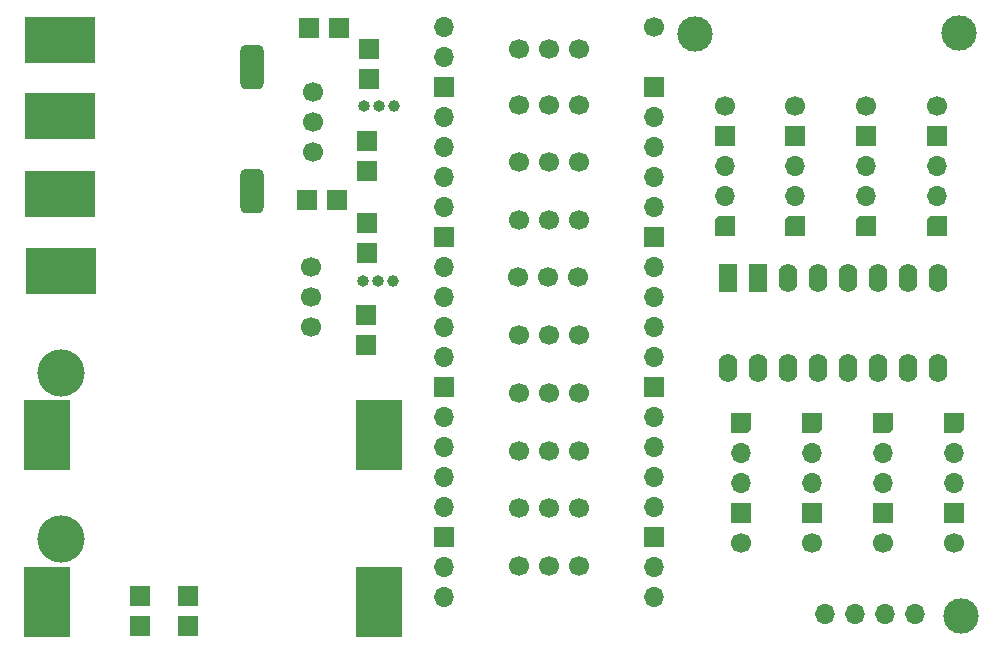
<source format=gbs>
G04 #@! TF.GenerationSoftware,KiCad,Pcbnew,9.0.4*
G04 #@! TF.CreationDate,2026-01-06T18:54:23+03:00*
G04 #@! TF.ProjectId,pico-hd-mcu-v3,7069636f-2d68-4642-9d6d-63752d76332e,rev?*
G04 #@! TF.SameCoordinates,Original*
G04 #@! TF.FileFunction,Soldermask,Bot*
G04 #@! TF.FilePolarity,Negative*
%FSLAX46Y46*%
G04 Gerber Fmt 4.6, Leading zero omitted, Abs format (unit mm)*
G04 Created by KiCad (PCBNEW 9.0.4) date 2026-01-06 18:54:23*
%MOMM*%
%LPD*%
G01*
G04 APERTURE LIST*
G04 Aperture macros list*
%AMRoundRect*
0 Rectangle with rounded corners*
0 $1 Rounding radius*
0 $2 $3 $4 $5 $6 $7 $8 $9 X,Y pos of 4 corners*
0 Add a 4 corners polygon primitive as box body*
4,1,4,$2,$3,$4,$5,$6,$7,$8,$9,$2,$3,0*
0 Add four circle primitives for the rounded corners*
1,1,$1+$1,$2,$3*
1,1,$1+$1,$4,$5*
1,1,$1+$1,$6,$7*
1,1,$1+$1,$8,$9*
0 Add four rect primitives between the rounded corners*
20,1,$1+$1,$2,$3,$4,$5,0*
20,1,$1+$1,$4,$5,$6,$7,0*
20,1,$1+$1,$6,$7,$8,$9,0*
20,1,$1+$1,$8,$9,$2,$3,0*%
%AMOutline5P*
0 Free polygon, 5 corners , with rotation*
0 The origin of the aperture is its center*
0 number of corners: always 5*
0 $1 to $10 corner X, Y*
0 $11 Rotation angle, in degrees counterclockwise*
0 create outline with 5 corners*
4,1,5,$1,$2,$3,$4,$5,$6,$7,$8,$9,$10,$1,$2,$11*%
%AMOutline6P*
0 Free polygon, 6 corners , with rotation*
0 The origin of the aperture is its center*
0 number of corners: always 6*
0 $1 to $12 corner X, Y*
0 $13 Rotation angle, in degrees counterclockwise*
0 create outline with 6 corners*
4,1,6,$1,$2,$3,$4,$5,$6,$7,$8,$9,$10,$11,$12,$1,$2,$13*%
%AMOutline7P*
0 Free polygon, 7 corners , with rotation*
0 The origin of the aperture is its center*
0 number of corners: always 7*
0 $1 to $14 corner X, Y*
0 $15 Rotation angle, in degrees counterclockwise*
0 create outline with 7 corners*
4,1,7,$1,$2,$3,$4,$5,$6,$7,$8,$9,$10,$11,$12,$13,$14,$1,$2,$15*%
%AMOutline8P*
0 Free polygon, 8 corners , with rotation*
0 The origin of the aperture is its center*
0 number of corners: always 8*
0 $1 to $16 corner X, Y*
0 $17 Rotation angle, in degrees counterclockwise*
0 create outline with 8 corners*
4,1,8,$1,$2,$3,$4,$5,$6,$7,$8,$9,$10,$11,$12,$13,$14,$15,$16,$1,$2,$17*%
G04 Aperture macros list end*
%ADD10O,1.700000X1.700000*%
%ADD11R,1.700000X1.700000*%
%ADD12R,1.800000X1.800000*%
%ADD13C,1.700000*%
%ADD14Outline5P,-0.850000X0.510000X-0.510000X0.850000X0.850000X0.850000X0.850000X-0.850000X-0.850000X-0.850000X180.000000*%
%ADD15Outline5P,-0.850000X0.510000X-0.510000X0.850000X0.850000X0.850000X0.850000X-0.850000X-0.850000X-0.850000X0.000000*%
%ADD16C,4.000000*%
%ADD17RoundRect,0.500000X-0.500000X-1.400000X0.500000X-1.400000X0.500000X1.400000X-0.500000X1.400000X0*%
%ADD18C,3.000000*%
%ADD19R,6.000000X4.000000*%
%ADD20O,1.000000X1.000000*%
%ADD21C,1.000000*%
%ADD22O,1.600000X2.400000*%
%ADD23R,1.600000X2.400000*%
%ADD24R,4.000000X6.000000*%
G04 APERTURE END LIST*
D10*
X112255000Y-72360000D03*
X107175000Y-72360000D03*
X104635000Y-72360000D03*
X109715000Y-72360000D03*
X90196500Y-70939000D03*
X90196500Y-68399000D03*
D11*
X90182500Y-65822500D03*
D10*
X90182500Y-60742500D03*
X90182500Y-58202500D03*
X90182500Y-55662500D03*
D11*
X90182500Y-53122500D03*
D10*
X90182500Y-50582500D03*
X90182500Y-48042500D03*
X90182500Y-45502500D03*
X90182500Y-42962500D03*
D11*
X90182500Y-40422500D03*
D10*
X90182500Y-37882500D03*
X90182500Y-35342500D03*
X90182500Y-32802500D03*
X90182500Y-30262500D03*
D11*
X90182500Y-27722500D03*
D10*
X72402500Y-22642500D03*
X72402500Y-25182500D03*
D11*
X72402500Y-27722500D03*
D10*
X72402500Y-30262500D03*
X72402500Y-32802500D03*
X72402500Y-35342500D03*
X72402500Y-37882500D03*
D11*
X72402500Y-40422500D03*
D10*
X72402500Y-42962500D03*
X72402500Y-45502500D03*
X72402500Y-48042500D03*
X72402500Y-50582500D03*
D11*
X72402500Y-53122500D03*
D10*
X72402500Y-55662500D03*
X72402500Y-58202500D03*
X72402500Y-60742500D03*
X72402500Y-63282500D03*
D11*
X72402500Y-65822500D03*
D10*
X72402500Y-68362500D03*
X72402500Y-70902500D03*
D12*
X50717500Y-70842500D03*
X50717500Y-73382500D03*
X46712500Y-70852500D03*
X46712500Y-73392500D03*
D13*
X90200000Y-22650000D03*
X103587500Y-66357500D03*
D11*
X103587500Y-63817500D03*
D10*
X103587500Y-61277500D03*
X103587500Y-58737500D03*
D14*
X103587500Y-56197500D03*
D13*
X114177500Y-29367500D03*
D11*
X114177500Y-31907500D03*
D10*
X114177500Y-34447500D03*
X114177500Y-36987500D03*
D15*
X114177500Y-39527500D03*
D16*
X40000000Y-52000000D03*
D13*
X61300000Y-30692500D03*
X61300000Y-28152500D03*
X61300000Y-33232500D03*
D12*
X60960000Y-22785000D03*
X63500000Y-22785000D03*
D17*
X56150000Y-36552500D03*
D18*
X116040000Y-23190000D03*
D10*
X90170000Y-63280000D03*
D12*
X65830000Y-49632500D03*
X65830000Y-47092500D03*
D13*
X96177500Y-29367500D03*
D11*
X96177500Y-31907500D03*
D10*
X96177500Y-34447500D03*
X96177500Y-36987500D03*
D15*
X96177500Y-39527500D03*
D19*
X39867500Y-23800000D03*
D13*
X109587500Y-66357500D03*
D11*
X109587500Y-63817500D03*
D10*
X109587500Y-61277500D03*
X109587500Y-58737500D03*
D14*
X109587500Y-56197500D03*
D12*
X60810000Y-37280000D03*
X63350000Y-37280000D03*
D20*
X66820000Y-44157500D03*
X65550000Y-44157500D03*
D21*
X68090000Y-44157500D03*
D18*
X116150000Y-72500000D03*
D13*
X108177500Y-29367500D03*
D11*
X108177500Y-31907500D03*
D10*
X108177500Y-34447500D03*
X108177500Y-36987500D03*
D15*
X108177500Y-39527500D03*
D16*
X40000000Y-66042500D03*
D17*
X56150000Y-26052500D03*
D13*
X61200000Y-45492500D03*
X61200000Y-42952500D03*
X61200000Y-48032500D03*
D18*
X93675000Y-23242500D03*
D19*
X39900000Y-30200000D03*
D13*
X97587500Y-66357500D03*
D11*
X97587500Y-63817500D03*
D10*
X97587500Y-61277500D03*
X97587500Y-58737500D03*
D14*
X97587500Y-56197500D03*
D13*
X115587500Y-66357500D03*
D11*
X115587500Y-63817500D03*
D10*
X115587500Y-61277500D03*
X115587500Y-58737500D03*
D14*
X115587500Y-56197500D03*
D19*
X39910000Y-36787500D03*
D12*
X65920000Y-41837500D03*
X65920000Y-39297500D03*
D20*
X66920000Y-29377500D03*
X65650000Y-29377500D03*
D21*
X68190000Y-29377500D03*
D19*
X39995000Y-43357500D03*
D12*
X65940000Y-34832500D03*
X65940000Y-32292500D03*
D13*
X102177500Y-29367500D03*
D11*
X102177500Y-31907500D03*
D10*
X102177500Y-34447500D03*
X102177500Y-36987500D03*
D15*
X102177500Y-39527500D03*
D12*
X66035000Y-27062500D03*
X66035000Y-24522500D03*
D22*
X114255000Y-43927500D03*
X111715000Y-43927500D03*
X109175000Y-43927500D03*
X106635000Y-43927500D03*
X104095000Y-43927500D03*
X101555000Y-43927500D03*
D23*
X99015000Y-43927500D03*
X96475000Y-43927500D03*
D22*
X96475000Y-51547500D03*
X99015000Y-51547500D03*
X101555000Y-51547500D03*
X104095000Y-51547500D03*
X106635000Y-51547500D03*
X109175000Y-51547500D03*
X111715000Y-51547500D03*
X114255000Y-51547500D03*
D13*
X83850000Y-63430000D03*
X81310000Y-63430000D03*
X78770000Y-63430000D03*
X83850000Y-24550000D03*
X81310000Y-24550000D03*
X78770000Y-24550000D03*
D24*
X66947500Y-71352500D03*
X38847500Y-71352500D03*
X66947500Y-57252500D03*
X38847500Y-57252500D03*
D13*
X83810000Y-53620000D03*
X81270000Y-53620000D03*
X78730000Y-53620000D03*
X83850000Y-68280000D03*
X81310000Y-68280000D03*
X78770000Y-68280000D03*
X83840000Y-29310000D03*
X81300000Y-29310000D03*
X78760000Y-29310000D03*
X83842500Y-34100000D03*
X81302500Y-34100000D03*
X78762500Y-34100000D03*
X83830000Y-58560000D03*
X81290000Y-58560000D03*
X78750000Y-58560000D03*
X83840000Y-38980000D03*
X81300000Y-38980000D03*
X78760000Y-38980000D03*
X83780000Y-43840000D03*
X81240000Y-43840000D03*
X78700000Y-43840000D03*
X83810000Y-48730000D03*
X81270000Y-48730000D03*
X78730000Y-48730000D03*
M02*

</source>
